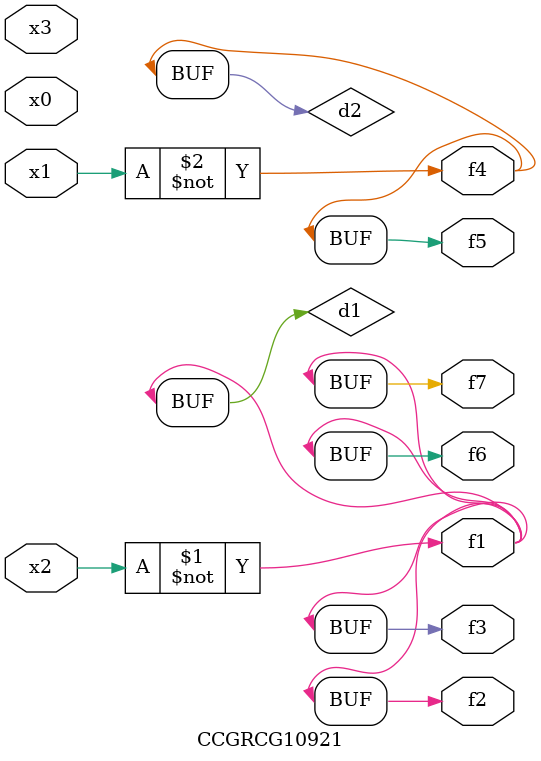
<source format=v>
module CCGRCG10921(
	input x0, x1, x2, x3,
	output f1, f2, f3, f4, f5, f6, f7
);

	wire d1, d2;

	xnor (d1, x2);
	not (d2, x1);
	assign f1 = d1;
	assign f2 = d1;
	assign f3 = d1;
	assign f4 = d2;
	assign f5 = d2;
	assign f6 = d1;
	assign f7 = d1;
endmodule

</source>
